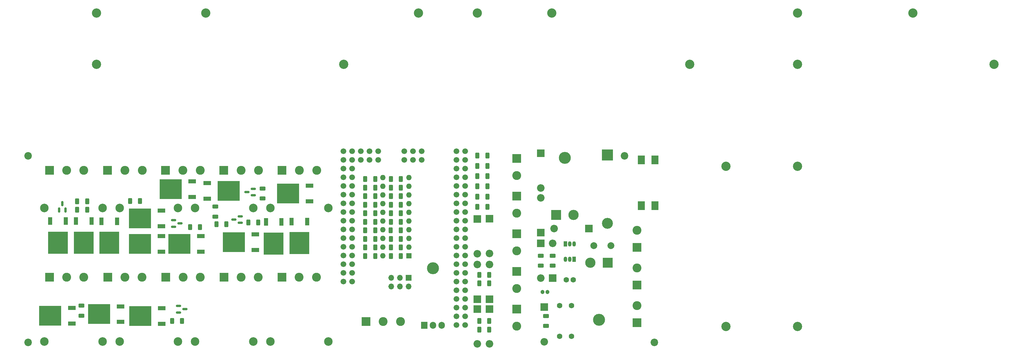
<source format=gbr>
%TF.GenerationSoftware,KiCad,Pcbnew,(6.0.0)*%
%TF.CreationDate,2022-05-15T11:53:32-07:00*%
%TF.ProjectId,Stencil,5374656e-6369-46c2-9e6b-696361645f70,rev?*%
%TF.SameCoordinates,Original*%
%TF.FileFunction,Soldermask,Bot*%
%TF.FilePolarity,Negative*%
%FSLAX46Y46*%
G04 Gerber Fmt 4.6, Leading zero omitted, Abs format (unit mm)*
G04 Created by KiCad (PCBNEW (6.0.0)) date 2022-05-15 11:53:33*
%MOMM*%
%LPD*%
G01*
G04 APERTURE LIST*
G04 Aperture macros list*
%AMRoundRect*
0 Rectangle with rounded corners*
0 $1 Rounding radius*
0 $2 $3 $4 $5 $6 $7 $8 $9 X,Y pos of 4 corners*
0 Add a 4 corners polygon primitive as box body*
4,1,4,$2,$3,$4,$5,$6,$7,$8,$9,$2,$3,0*
0 Add four circle primitives for the rounded corners*
1,1,$1+$1,$2,$3*
1,1,$1+$1,$4,$5*
1,1,$1+$1,$6,$7*
1,1,$1+$1,$8,$9*
0 Add four rect primitives between the rounded corners*
20,1,$1+$1,$2,$3,$4,$5,0*
20,1,$1+$1,$4,$5,$6,$7,0*
20,1,$1+$1,$6,$7,$8,$9,0*
20,1,$1+$1,$8,$9,$2,$3,0*%
G04 Aperture macros list end*
%ADD10C,2.700000*%
%ADD11C,2.500000*%
%ADD12R,2.600000X2.600000*%
%ADD13C,2.600000*%
%ADD14R,1.600000X1.600000*%
%ADD15O,1.600000X1.600000*%
%ADD16C,1.600000*%
%ADD17R,2.200000X2.200000*%
%ADD18O,2.200000X2.200000*%
%ADD19R,1.050000X1.500000*%
%ADD20O,1.050000X1.500000*%
%ADD21C,1.200000*%
%ADD22C,1.676400*%
%ADD23O,3.500000X3.500000*%
%ADD24R,3.000000X3.000000*%
%ADD25O,3.000000X3.000000*%
%ADD26C,2.200000*%
%ADD27R,1.905000X2.000000*%
%ADD28O,1.905000X2.000000*%
%ADD29R,1.700000X1.700000*%
%ADD30O,1.700000X1.700000*%
%ADD31R,3.200000X3.200000*%
%ADD32O,3.200000X3.200000*%
%ADD33R,2.000000X2.500000*%
%ADD34C,2.000000*%
%ADD35R,1.200000X2.200000*%
%ADD36R,5.800000X6.400000*%
%ADD37RoundRect,0.250000X-0.312500X-0.625000X0.312500X-0.625000X0.312500X0.625000X-0.312500X0.625000X0*%
%ADD38R,2.200000X1.200000*%
%ADD39R,6.400000X5.800000*%
%ADD40RoundRect,0.250000X0.625000X-0.312500X0.625000X0.312500X-0.625000X0.312500X-0.625000X-0.312500X0*%
%ADD41RoundRect,0.150000X0.587500X0.150000X-0.587500X0.150000X-0.587500X-0.150000X0.587500X-0.150000X0*%
%ADD42RoundRect,0.250000X0.312500X0.625000X-0.312500X0.625000X-0.312500X-0.625000X0.312500X-0.625000X0*%
%ADD43RoundRect,0.150000X-0.587500X-0.150000X0.587500X-0.150000X0.587500X0.150000X-0.587500X0.150000X0*%
%ADD44RoundRect,0.250000X-0.625000X0.312500X-0.625000X-0.312500X0.625000X-0.312500X0.625000X0.312500X0*%
%ADD45RoundRect,0.150000X0.150000X-0.587500X0.150000X0.587500X-0.150000X0.587500X-0.150000X-0.587500X0*%
G04 APERTURE END LIST*
D10*
%TO.C,REF\u002A\u002A*%
X256000000Y-139800000D03*
%TD*%
%TO.C,REF\u002A\u002A*%
X256000000Y-93000000D03*
%TD*%
D11*
%TO.C,A1*%
X35935000Y-144220000D03*
X35935000Y-105220000D03*
X52935000Y-144220000D03*
X52935000Y-105220000D03*
%TD*%
D12*
%TO.C,J11*%
X37435000Y-94225000D03*
D13*
X42435000Y-94225000D03*
X47435000Y-94225000D03*
%TD*%
D14*
%TO.C,SW1*%
X142435000Y-119165000D03*
D15*
X142435000Y-116625000D03*
X142435000Y-114085000D03*
X142435000Y-111545000D03*
X142435000Y-109005000D03*
X142435000Y-106465000D03*
X142435000Y-103925000D03*
X142435000Y-101385000D03*
X142435000Y-98845000D03*
X142435000Y-96305000D03*
X134815000Y-96305000D03*
X134815000Y-98845000D03*
X134815000Y-101385000D03*
X134815000Y-103925000D03*
X134815000Y-106465000D03*
X134815000Y-109005000D03*
X134815000Y-111545000D03*
X134815000Y-114085000D03*
X134815000Y-116625000D03*
X134815000Y-119165000D03*
%TD*%
D16*
%TO.C,C2*%
X190435000Y-126220000D03*
X188435000Y-126220000D03*
%TD*%
D10*
%TO.C,REF\u002A\u002A*%
X235052584Y-93000000D03*
%TD*%
D12*
%TO.C,J20*%
X71350000Y-94220000D03*
D13*
X76430000Y-94220000D03*
X81510000Y-94220000D03*
%TD*%
D17*
%TO.C,D197*%
X162435000Y-134720000D03*
D18*
X162435000Y-144880000D03*
%TD*%
D19*
%TO.C,Q44*%
X188165000Y-115720000D03*
D20*
X189435000Y-115720000D03*
X190705000Y-115720000D03*
%TD*%
D10*
%TO.C,REF\u002A\u002A*%
X123371908Y-63192962D03*
%TD*%
D17*
%TO.C,D205*%
X184435000Y-125720000D03*
D18*
X184435000Y-115560000D03*
%TD*%
D10*
%TO.C,REF\u002A\u002A*%
X289646908Y-48217962D03*
%TD*%
D17*
%TO.C,D193*%
X162435000Y-108380000D03*
D18*
X162435000Y-118540000D03*
%TD*%
D17*
%TO.C,D204*%
X181935000Y-134140000D03*
D18*
X181935000Y-144300000D03*
%TD*%
D21*
%TO.C,C3*%
X181435000Y-129720000D03*
X182935000Y-129720000D03*
%TD*%
D17*
%TO.C,D196*%
X165935000Y-134720000D03*
D18*
X165935000Y-144880000D03*
%TD*%
D17*
%TO.C,D203*%
X180935000Y-115560000D03*
D18*
X180935000Y-125720000D03*
%TD*%
D10*
%TO.C,REF\u002A\u002A*%
X145221908Y-48217962D03*
%TD*%
%TO.C,REF\u002A\u002A*%
X235052584Y-139800000D03*
%TD*%
D12*
%TO.C,J17*%
X209035000Y-138720000D03*
D13*
X209035000Y-133720000D03*
%TD*%
D19*
%TO.C,Q43*%
X190705000Y-120220000D03*
D20*
X189435000Y-120220000D03*
X188165000Y-120220000D03*
%TD*%
D12*
%TO.C,J19*%
X54350000Y-94220000D03*
D13*
X59430000Y-94220000D03*
X64510000Y-94220000D03*
%TD*%
D10*
%TO.C,REF\u002A\u002A*%
X51121908Y-63192962D03*
%TD*%
D12*
%TO.C,J18*%
X209035000Y-127720000D03*
D13*
X209035000Y-122720000D03*
%TD*%
D12*
%TO.C,J23*%
X88350000Y-94220000D03*
D13*
X93430000Y-94220000D03*
X98510000Y-94220000D03*
%TD*%
D22*
%TO.C,U1*%
X158890000Y-131800000D03*
X156350000Y-131800000D03*
X158890000Y-134340000D03*
X156350000Y-134340000D03*
X141110000Y-88620000D03*
X123330000Y-126720000D03*
X125870000Y-126720000D03*
X123330000Y-124180000D03*
X125870000Y-124180000D03*
X123330000Y-121640000D03*
X125870000Y-121640000D03*
X123330000Y-119100000D03*
X125870000Y-119100000D03*
X123330000Y-116560000D03*
X125870000Y-116560000D03*
X123330000Y-114020000D03*
X125870000Y-114020000D03*
X123330000Y-111480000D03*
X125870000Y-111480000D03*
X123330000Y-108940000D03*
X125870000Y-108940000D03*
X156350000Y-129260000D03*
X156350000Y-124180000D03*
X158890000Y-124180000D03*
X156350000Y-121640000D03*
X158890000Y-121640000D03*
X156350000Y-119100000D03*
X158890000Y-119100000D03*
X156350000Y-116560000D03*
X158890000Y-116560000D03*
X156350000Y-114020000D03*
X158890000Y-114020000D03*
X156350000Y-111480000D03*
X158890000Y-111480000D03*
X156350000Y-108940000D03*
X158890000Y-108940000D03*
X156350000Y-106400000D03*
X158890000Y-106400000D03*
X156350000Y-103860000D03*
X158890000Y-103860000D03*
X156350000Y-101320000D03*
X158890000Y-101320000D03*
X156350000Y-98780000D03*
X158890000Y-98780000D03*
X156350000Y-96240000D03*
X158890000Y-96240000D03*
X156350000Y-93700000D03*
X158890000Y-93700000D03*
X156350000Y-91160000D03*
X158890000Y-91160000D03*
X156350000Y-88620000D03*
X158890000Y-88620000D03*
X123330000Y-106400000D03*
X125870000Y-106400000D03*
X123330000Y-103860000D03*
X125870000Y-103860000D03*
X123330000Y-101320000D03*
X125870000Y-101320000D03*
X123330000Y-98780000D03*
X125870000Y-98780000D03*
X123330000Y-96240000D03*
X125870000Y-96240000D03*
X123330000Y-93700000D03*
X125870000Y-93700000D03*
X123330000Y-91160000D03*
X125870000Y-91160000D03*
X123330000Y-88620000D03*
X125870000Y-88620000D03*
X128410000Y-88620000D03*
X128410000Y-91160000D03*
X130950000Y-88620000D03*
X130950000Y-91160000D03*
X133490000Y-88620000D03*
X133490000Y-91160000D03*
X158890000Y-136880000D03*
X156350000Y-136880000D03*
X146190000Y-88620000D03*
X141110000Y-91160000D03*
X143650000Y-88620000D03*
X146190000Y-91160000D03*
X158890000Y-129260000D03*
X156350000Y-126720000D03*
X143650000Y-91160000D03*
X158890000Y-126720000D03*
X158890000Y-139420000D03*
X156350000Y-139420000D03*
%TD*%
D23*
%TO.C,Q41*%
X187975000Y-90560000D03*
D24*
X185435000Y-107220000D03*
D25*
X190515000Y-107220000D03*
%TD*%
D17*
%TO.C,D202*%
X195015000Y-111220000D03*
D18*
X184855000Y-111220000D03*
%TD*%
D26*
%TO.C,MT2*%
X31185000Y-144470000D03*
%TD*%
D16*
%TO.C,C5*%
X189935000Y-142720000D03*
X186435000Y-142720000D03*
%TD*%
D17*
%TO.C,D198*%
X165935000Y-108360000D03*
D18*
X165935000Y-118520000D03*
%TD*%
D16*
%TO.C,C4*%
X189935000Y-133720000D03*
X186435000Y-133720000D03*
%TD*%
D23*
%TO.C,U2*%
X149435000Y-122790000D03*
D27*
X146895000Y-139450000D03*
D28*
X149435000Y-139450000D03*
X151975000Y-139450000D03*
%TD*%
D10*
%TO.C,REF\u002A\u002A*%
X51121908Y-48217962D03*
%TD*%
%TO.C,REF\u002A\u002A*%
X224446908Y-63217962D03*
%TD*%
D11*
%TO.C,A4*%
X101935000Y-144220000D03*
X101935000Y-105220000D03*
X118935000Y-144220000D03*
X118935000Y-105220000D03*
%TD*%
D10*
%TO.C,REF\u002A\u002A*%
X162396908Y-48242962D03*
%TD*%
D11*
%TO.C,A3*%
X79935000Y-144220000D03*
X79935000Y-105220000D03*
X96935000Y-144220000D03*
X96935000Y-105220000D03*
%TD*%
D10*
%TO.C,REF\u002A\u002A*%
X83121908Y-48217962D03*
%TD*%
D23*
%TO.C,Q42*%
X197995000Y-137880000D03*
D24*
X200535000Y-121220000D03*
D25*
X195455000Y-121220000D03*
%TD*%
D17*
%TO.C,D195*%
X165935000Y-131880000D03*
D18*
X165935000Y-121720000D03*
%TD*%
D12*
%TO.C,J29*%
X209035000Y-116720000D03*
D13*
X209035000Y-111720000D03*
%TD*%
D10*
%TO.C,REF\u002A\u002A*%
X184196908Y-48242962D03*
%TD*%
%TO.C,REF\u002A\u002A*%
X313396908Y-63192962D03*
%TD*%
D26*
%TO.C,MT4*%
X205435000Y-89970000D03*
%TD*%
D10*
%TO.C,REF\u002A\u002A*%
X255971908Y-63192962D03*
%TD*%
D17*
%TO.C,D194*%
X162435000Y-131880000D03*
D18*
X162435000Y-121720000D03*
%TD*%
D26*
%TO.C,MT3*%
X214185000Y-144470000D03*
%TD*%
%TO.C,MT1*%
X31185000Y-89970000D03*
%TD*%
D17*
%TO.C,D200*%
X180935000Y-112380000D03*
D18*
X180935000Y-102220000D03*
%TD*%
D17*
%TO.C,D199*%
X180935000Y-89220000D03*
D18*
X180935000Y-99380000D03*
%TD*%
D29*
%TO.C,J31*%
X142310000Y-125570000D03*
D30*
X142310000Y-128110000D03*
X139770000Y-125570000D03*
X139770000Y-128110000D03*
X137230000Y-125570000D03*
X137230000Y-128110000D03*
%TD*%
D12*
%TO.C,J25*%
X105355000Y-94220000D03*
D13*
X110435000Y-94220000D03*
X115515000Y-94220000D03*
%TD*%
D10*
%TO.C,REF\u002A\u002A*%
X255971908Y-48217962D03*
%TD*%
D11*
%TO.C,A2*%
X57935000Y-144220000D03*
X57935000Y-105220000D03*
X74935000Y-144220000D03*
X74935000Y-105220000D03*
%TD*%
D31*
%TO.C,D201*%
X200435000Y-89720000D03*
D32*
X200435000Y-109720000D03*
%TD*%
D33*
%TO.C,F1*%
X210340000Y-91115000D03*
X214340000Y-91115000D03*
X214340000Y-104515000D03*
X210340000Y-104515000D03*
%TD*%
D34*
%TO.C,C1*%
X196435000Y-116220000D03*
X201435000Y-116220000D03*
%TD*%
D35*
%TO.C,Q13*%
X45155000Y-109020000D03*
D36*
X47435000Y-115320000D03*
D35*
X49715000Y-109020000D03*
%TD*%
D37*
%TO.C,R106*%
X78492500Y-110740000D03*
X81417500Y-110740000D03*
%TD*%
D38*
%TO.C,Q7*%
X58210000Y-133940000D03*
D39*
X51910000Y-136220000D03*
D38*
X58210000Y-138500000D03*
%TD*%
D12*
%TO.C,J15*%
X88435000Y-125420000D03*
D13*
X93435000Y-125420000D03*
X98435000Y-125420000D03*
%TD*%
D40*
%TO.C,R145*%
X182455000Y-139662500D03*
X182455000Y-136737500D03*
%TD*%
D41*
%TO.C,Q30*%
X96972500Y-99570000D03*
X96972500Y-101470000D03*
X95097500Y-100520000D03*
%TD*%
D37*
%TO.C,R160*%
X137167500Y-106740000D03*
X140092500Y-106740000D03*
%TD*%
D40*
%TO.C,R122*%
X99705000Y-102412500D03*
X99705000Y-99487500D03*
%TD*%
D37*
%TO.C,R110*%
X45492500Y-105740000D03*
X48417500Y-105740000D03*
%TD*%
%TO.C,R158*%
X137167500Y-109240000D03*
X140092500Y-109240000D03*
%TD*%
%TO.C,R168*%
X137167500Y-96740000D03*
X140092500Y-96740000D03*
%TD*%
D12*
%TO.C,J22*%
X173935000Y-101720000D03*
D13*
X173935000Y-106720000D03*
%TD*%
D38*
%TO.C,Q9*%
X70135000Y-113440000D03*
D39*
X63835000Y-115720000D03*
D38*
X70135000Y-118000000D03*
%TD*%
D37*
%TO.C,R151*%
X129667500Y-119240000D03*
X132592500Y-119240000D03*
%TD*%
D41*
%TO.C,Q22*%
X93172500Y-107620000D03*
X93172500Y-109520000D03*
X91297500Y-108570000D03*
%TD*%
D37*
%TO.C,R133*%
X162992500Y-124740000D03*
X165917500Y-124740000D03*
%TD*%
%TO.C,R156*%
X137110000Y-111720000D03*
X140035000Y-111720000D03*
%TD*%
D12*
%TO.C,J27*%
X173935000Y-123720000D03*
D13*
X173935000Y-128720000D03*
%TD*%
D35*
%TO.C,Q14*%
X52630000Y-109095000D03*
D36*
X54910000Y-115395000D03*
D35*
X57190000Y-109095000D03*
%TD*%
D37*
%TO.C,R152*%
X137167500Y-116740000D03*
X140092500Y-116740000D03*
%TD*%
D42*
%TO.C,R102*%
X76177500Y-138200000D03*
X73252500Y-138200000D03*
%TD*%
D35*
%TO.C,Q15*%
X37655000Y-109020000D03*
D36*
X39935000Y-115320000D03*
D35*
X42215000Y-109020000D03*
%TD*%
D37*
%TO.C,R157*%
X129667500Y-111720000D03*
X132592500Y-111720000D03*
%TD*%
D43*
%TO.C,Q12*%
X73647500Y-110670000D03*
X73647500Y-108770000D03*
X75522500Y-109720000D03*
%TD*%
D12*
%TO.C,J14*%
X54435000Y-125415000D03*
D13*
X59435000Y-125415000D03*
X64435000Y-125415000D03*
%TD*%
D37*
%TO.C,R164*%
X137167500Y-101740000D03*
X140092500Y-101740000D03*
%TD*%
D38*
%TO.C,Q6*%
X70210000Y-134465000D03*
D39*
X63910000Y-136745000D03*
D38*
X70210000Y-139025000D03*
%TD*%
D35*
%TO.C,Q19*%
X100655000Y-109270000D03*
D36*
X102935000Y-115570000D03*
D35*
X105215000Y-109270000D03*
%TD*%
D37*
%TO.C,R167*%
X129667500Y-99240000D03*
X132592500Y-99240000D03*
%TD*%
D12*
%TO.C,J24*%
X173935000Y-90720000D03*
D13*
X173935000Y-95720000D03*
%TD*%
D37*
%TO.C,R134*%
X162992500Y-140740000D03*
X165917500Y-140740000D03*
%TD*%
D42*
%TO.C,R111*%
X165360000Y-98880000D03*
X162435000Y-98880000D03*
%TD*%
D38*
%TO.C,Q10*%
X81635000Y-113440000D03*
D39*
X75335000Y-115720000D03*
D38*
X81635000Y-118000000D03*
%TD*%
D37*
%TO.C,R135*%
X162992500Y-138240000D03*
X165917500Y-138240000D03*
%TD*%
%TO.C,R166*%
X137167500Y-99240000D03*
X140092500Y-99240000D03*
%TD*%
D35*
%TO.C,Q18*%
X108155000Y-109170000D03*
D36*
X110435000Y-115470000D03*
D35*
X112715000Y-109170000D03*
%TD*%
D37*
%TO.C,R155*%
X129667500Y-114240000D03*
X132592500Y-114240000D03*
%TD*%
%TO.C,R154*%
X137167500Y-114240000D03*
X140092500Y-114240000D03*
%TD*%
%TO.C,R114*%
X95492500Y-109440000D03*
X98417500Y-109440000D03*
%TD*%
D12*
%TO.C,J30*%
X129935000Y-138415000D03*
D13*
X134935000Y-138415000D03*
X139935000Y-138415000D03*
%TD*%
D42*
%TO.C,R99*%
X165360000Y-89880000D03*
X162435000Y-89880000D03*
%TD*%
D44*
%TO.C,R121*%
X85915000Y-104777500D03*
X85915000Y-107702500D03*
%TD*%
D37*
%TO.C,R150*%
X137167500Y-119240000D03*
X140092500Y-119240000D03*
%TD*%
D38*
%TO.C,Q26*%
X79135000Y-97440000D03*
D39*
X72835000Y-99720000D03*
D38*
X79135000Y-102000000D03*
%TD*%
D37*
%TO.C,R153*%
X129667500Y-116740000D03*
X132592500Y-116740000D03*
%TD*%
D42*
%TO.C,R107*%
X165360000Y-95880000D03*
X162435000Y-95880000D03*
%TD*%
D12*
%TO.C,J12*%
X37435000Y-125415000D03*
D13*
X42435000Y-125415000D03*
X47435000Y-125415000D03*
%TD*%
D12*
%TO.C,J16*%
X105385000Y-125420000D03*
D13*
X110385000Y-125420000D03*
X115385000Y-125420000D03*
%TD*%
D37*
%TO.C,R165*%
X129667500Y-101740000D03*
X132592500Y-101740000D03*
%TD*%
D38*
%TO.C,Q27*%
X113385000Y-98690000D03*
D39*
X107085000Y-100970000D03*
D38*
X113385000Y-103250000D03*
%TD*%
D37*
%TO.C,R162*%
X137167500Y-104240000D03*
X140092500Y-104240000D03*
%TD*%
D12*
%TO.C,J21*%
X173935000Y-112720000D03*
D13*
X173935000Y-117720000D03*
%TD*%
D42*
%TO.C,R105*%
X63877500Y-103200000D03*
X60952500Y-103200000D03*
%TD*%
D38*
%TO.C,Q5*%
X43935000Y-134440000D03*
D39*
X37635000Y-136720000D03*
D38*
X43935000Y-139000000D03*
%TD*%
D42*
%TO.C,R113*%
X89127500Y-109950000D03*
X86202500Y-109950000D03*
%TD*%
D12*
%TO.C,J26*%
X173935000Y-134720000D03*
D13*
X173935000Y-139720000D03*
%TD*%
D38*
%TO.C,Q25*%
X83485000Y-102500000D03*
D39*
X89785000Y-100220000D03*
D38*
X83485000Y-97940000D03*
%TD*%
%TO.C,Q17*%
X97560000Y-112940000D03*
D39*
X91260000Y-115220000D03*
D38*
X97560000Y-117500000D03*
%TD*%
D40*
%TO.C,R149*%
X180955000Y-122082500D03*
X180955000Y-119157500D03*
%TD*%
D37*
%TO.C,R132*%
X162992500Y-127240000D03*
X165917500Y-127240000D03*
%TD*%
D40*
%TO.C,R101*%
X46755000Y-136662500D03*
X46755000Y-133737500D03*
%TD*%
D37*
%TO.C,R163*%
X129667500Y-104240000D03*
X132592500Y-104240000D03*
%TD*%
D42*
%TO.C,R116*%
X165360000Y-101880000D03*
X162435000Y-101880000D03*
%TD*%
%TO.C,R103*%
X165360000Y-92880000D03*
X162435000Y-92880000D03*
%TD*%
D45*
%TO.C,Q16*%
X42135000Y-105757500D03*
X40235000Y-105757500D03*
X41185000Y-103882500D03*
%TD*%
D12*
%TO.C,J13*%
X71435000Y-125415000D03*
D13*
X76435000Y-125415000D03*
X81435000Y-125415000D03*
%TD*%
D37*
%TO.C,R161*%
X129667500Y-106740000D03*
X132592500Y-106740000D03*
%TD*%
D38*
%TO.C,Q11*%
X70135000Y-105940000D03*
D39*
X63835000Y-108220000D03*
D38*
X70135000Y-110500000D03*
%TD*%
D43*
%TO.C,Q8*%
X75097500Y-135720000D03*
X75097500Y-133820000D03*
X76972500Y-134770000D03*
%TD*%
D37*
%TO.C,R169*%
X129667500Y-96740000D03*
X132592500Y-96740000D03*
%TD*%
D42*
%TO.C,R118*%
X165360000Y-104880000D03*
X162435000Y-104880000D03*
%TD*%
D40*
%TO.C,R147*%
X184435000Y-122065000D03*
X184435000Y-119140000D03*
%TD*%
D37*
%TO.C,R109*%
X45510000Y-103220000D03*
X48435000Y-103220000D03*
%TD*%
%TO.C,R159*%
X129667500Y-109220000D03*
X132592500Y-109220000D03*
%TD*%
M02*

</source>
